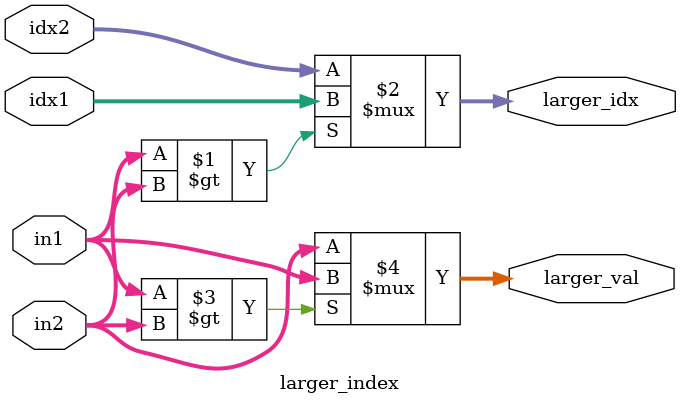
<source format=v>
module larger_index #(parameter BIT_WIDTH = 8, NUM_INPUTS = 10, INDEX_WIDTH = 4)(
	input signed[BIT_WIDTH-1:0] in1, in2,
	input signed[INDEX_WIDTH-1:0] idx1, idx2,
	output signed[BIT_WIDTH-1:0] larger_val,
	output signed[INDEX_WIDTH-1:0] larger_idx
);

// signed comparison due to adding 'signed' keyword
assign larger_idx = (in1 > in2) ? idx1 : idx2;
assign larger_val = (in1 > in2) ? in1 : in2;

endmodule
</source>
